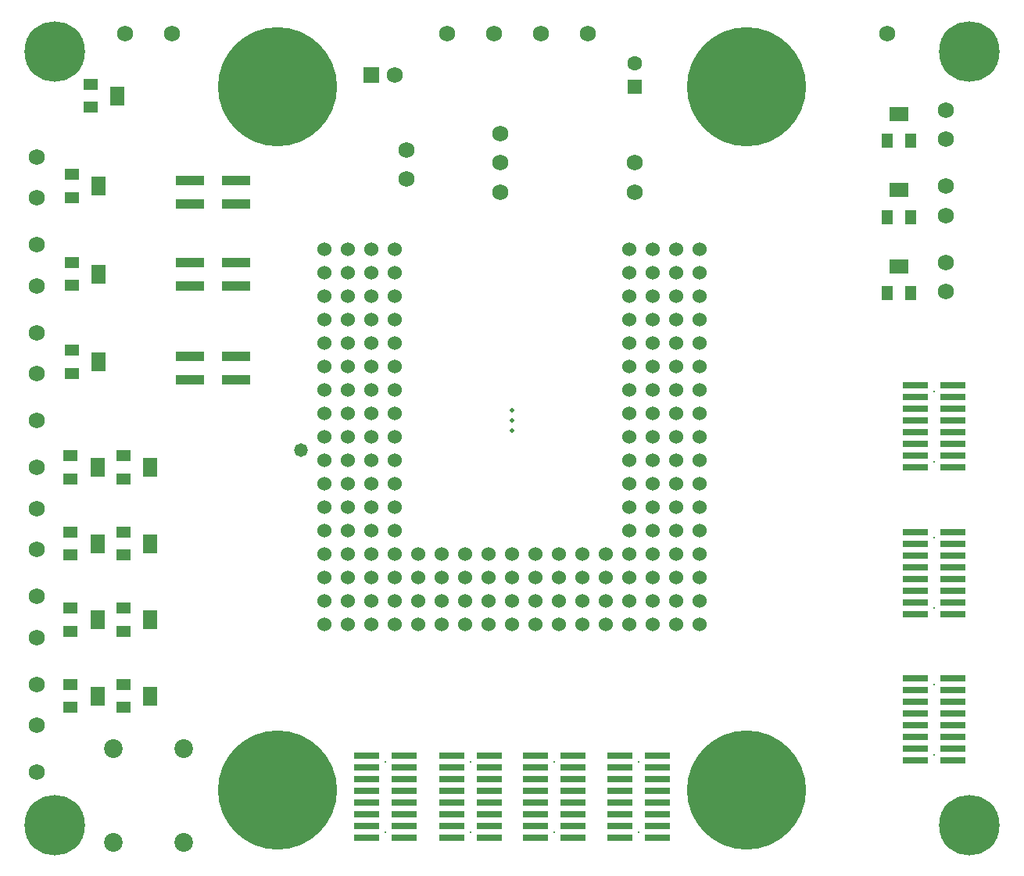
<source format=gts>
G04*
G04 #@! TF.GenerationSoftware,Altium Limited,Altium Designer,19.1.7 (138)*
G04*
G04 Layer_Color=8388736*
%FSLAX25Y25*%
%MOIN*%
G70*
G01*
G75*
%ADD15R,0.10984X0.02913*%
%ADD16R,0.06299X0.07874*%
%ADD17R,0.06299X0.05118*%
%ADD18R,0.07874X0.06299*%
%ADD19R,0.05118X0.06299*%
%ADD20R,0.12402X0.03937*%
%ADD21C,0.06902*%
%ADD22C,0.01194*%
%ADD23C,0.06000*%
%ADD24C,0.07956*%
%ADD25R,0.06902X0.06902*%
%ADD26C,0.06312*%
%ADD27R,0.06312X0.06312*%
%ADD28C,0.25800*%
%ADD29C,0.05800*%
%ADD30C,0.01968*%
%ADD31C,0.50800*%
D15*
X319988Y144500D02*
D03*
X336012D02*
D03*
X319988Y139500D02*
D03*
X336012D02*
D03*
X319988Y134500D02*
D03*
X336012D02*
D03*
X319988Y129500D02*
D03*
X336012D02*
D03*
X319988Y124500D02*
D03*
X336012D02*
D03*
X319988Y119500D02*
D03*
X336012D02*
D03*
X319988Y114500D02*
D03*
X336012D02*
D03*
X319988Y109500D02*
D03*
X336012D02*
D03*
X248000Y144500D02*
D03*
X264024D02*
D03*
X248000Y139500D02*
D03*
X264024D02*
D03*
X248000Y134500D02*
D03*
X264024D02*
D03*
X248000Y129500D02*
D03*
X264024D02*
D03*
X248000Y124500D02*
D03*
X264024D02*
D03*
X248000Y119500D02*
D03*
X264024D02*
D03*
X248000Y114500D02*
D03*
X264024D02*
D03*
X248000Y109500D02*
D03*
X264024D02*
D03*
X284488Y144500D02*
D03*
X300512D02*
D03*
X284488Y139500D02*
D03*
X300512D02*
D03*
X284488Y134500D02*
D03*
X300512D02*
D03*
X284488Y129500D02*
D03*
X300512D02*
D03*
X284488Y124500D02*
D03*
X300512D02*
D03*
X284488Y119500D02*
D03*
X300512D02*
D03*
X284488Y114500D02*
D03*
X300512D02*
D03*
X284488Y109500D02*
D03*
X300512D02*
D03*
X355988Y144500D02*
D03*
X372012D02*
D03*
X355988Y139500D02*
D03*
X372012D02*
D03*
X355988Y134500D02*
D03*
X372012D02*
D03*
X355988Y129500D02*
D03*
X372012D02*
D03*
X355988Y124500D02*
D03*
X372012D02*
D03*
X355988Y119500D02*
D03*
X372012D02*
D03*
X355988Y114500D02*
D03*
X372012D02*
D03*
X355988Y109500D02*
D03*
X372012D02*
D03*
X498012Y205000D02*
D03*
X481988D02*
D03*
X498012Y210000D02*
D03*
X481988D02*
D03*
X498012Y215000D02*
D03*
X481988D02*
D03*
X498012Y220000D02*
D03*
X481988D02*
D03*
X498012Y225000D02*
D03*
X481988D02*
D03*
X498012Y230000D02*
D03*
X481988D02*
D03*
X498012Y235000D02*
D03*
X481988D02*
D03*
X498012Y240000D02*
D03*
X481988D02*
D03*
X498012Y142500D02*
D03*
X481988D02*
D03*
X498012Y147500D02*
D03*
X481988D02*
D03*
X498012Y152500D02*
D03*
X481988D02*
D03*
X498012Y157500D02*
D03*
X481988D02*
D03*
X498012Y162500D02*
D03*
X481988D02*
D03*
X498012Y167500D02*
D03*
X481988D02*
D03*
X498012Y172500D02*
D03*
X481988D02*
D03*
X498012Y177500D02*
D03*
X481988D02*
D03*
X481988Y302500D02*
D03*
X498012D02*
D03*
X481988Y297500D02*
D03*
X498012D02*
D03*
X481988Y292500D02*
D03*
X498012D02*
D03*
X481988Y287500D02*
D03*
X498012D02*
D03*
X481988Y282500D02*
D03*
X498012D02*
D03*
X481988Y277500D02*
D03*
X498012D02*
D03*
X481988Y272500D02*
D03*
X498012D02*
D03*
X481988Y267500D02*
D03*
X498012D02*
D03*
D16*
X155709D02*
D03*
X141709Y426000D02*
D03*
X133209Y267500D02*
D03*
X155709Y170000D02*
D03*
X133209D02*
D03*
X133709Y387500D02*
D03*
Y350000D02*
D03*
Y312500D02*
D03*
X133209Y235000D02*
D03*
Y202500D02*
D03*
X155709D02*
D03*
Y235000D02*
D03*
D17*
X144291Y262579D02*
D03*
Y272421D02*
D03*
X130291Y421079D02*
D03*
Y430921D02*
D03*
X121791Y262579D02*
D03*
Y272421D02*
D03*
X144291Y165079D02*
D03*
Y174921D02*
D03*
X121791Y165079D02*
D03*
Y174921D02*
D03*
X122291Y382579D02*
D03*
Y392421D02*
D03*
Y345079D02*
D03*
Y354921D02*
D03*
Y307579D02*
D03*
Y317421D02*
D03*
X121791Y230079D02*
D03*
Y239921D02*
D03*
Y197579D02*
D03*
Y207421D02*
D03*
X144291Y197579D02*
D03*
Y207421D02*
D03*
Y230079D02*
D03*
Y239921D02*
D03*
D18*
X475000Y418209D02*
D03*
Y385709D02*
D03*
Y353209D02*
D03*
D19*
X479921Y406791D02*
D03*
X470079D02*
D03*
X479921Y374291D02*
D03*
X470079D02*
D03*
X479921Y341791D02*
D03*
X470079D02*
D03*
D20*
X192441Y380000D02*
D03*
Y390000D02*
D03*
X172559Y380000D02*
D03*
Y390000D02*
D03*
X192441Y305000D02*
D03*
Y315000D02*
D03*
X172559Y305000D02*
D03*
Y315000D02*
D03*
X192441Y345000D02*
D03*
Y355000D02*
D03*
X172559Y345000D02*
D03*
Y355000D02*
D03*
D21*
X107500Y212500D02*
D03*
Y195000D02*
D03*
Y232500D02*
D03*
X495000Y355000D02*
D03*
X107500Y382500D02*
D03*
Y400000D02*
D03*
Y345000D02*
D03*
Y362500D02*
D03*
Y307500D02*
D03*
Y325000D02*
D03*
X342500Y452500D02*
D03*
X260000Y435000D02*
D03*
X107500Y250000D02*
D03*
X145000Y452500D02*
D03*
X107500Y175000D02*
D03*
Y137500D02*
D03*
Y157500D02*
D03*
X495000Y375000D02*
D03*
Y387500D02*
D03*
Y407500D02*
D03*
Y420000D02*
D03*
Y342500D02*
D03*
X107500Y287500D02*
D03*
Y267500D02*
D03*
X282500Y452500D02*
D03*
X302500D02*
D03*
X322500D02*
D03*
X165000D02*
D03*
X470000D02*
D03*
X362500Y397500D02*
D03*
Y385000D02*
D03*
X305000D02*
D03*
Y397500D02*
D03*
Y410000D02*
D03*
X265000Y390492D02*
D03*
Y402992D02*
D03*
D22*
X328000Y142000D02*
D03*
Y112000D02*
D03*
X256012Y142000D02*
D03*
Y112000D02*
D03*
X292500Y142000D02*
D03*
Y112000D02*
D03*
X364000Y142000D02*
D03*
Y112000D02*
D03*
X490000Y207500D02*
D03*
Y237500D02*
D03*
Y145000D02*
D03*
Y175000D02*
D03*
X490000Y300000D02*
D03*
Y270000D02*
D03*
D23*
X230000Y200500D02*
D03*
X250000D02*
D03*
X240000Y210500D02*
D03*
Y200500D02*
D03*
X230000Y210500D02*
D03*
Y220500D02*
D03*
X240000D02*
D03*
Y230500D02*
D03*
X250000D02*
D03*
X230000Y240500D02*
D03*
Y250500D02*
D03*
Y230500D02*
D03*
X240000Y250500D02*
D03*
Y240500D02*
D03*
X260000Y200500D02*
D03*
Y210500D02*
D03*
X270000Y200500D02*
D03*
X300000D02*
D03*
X280000D02*
D03*
X290000D02*
D03*
X250000Y210500D02*
D03*
Y220500D02*
D03*
X270000Y210500D02*
D03*
X260000Y220500D02*
D03*
X270000D02*
D03*
X250000Y240500D02*
D03*
Y250500D02*
D03*
X260000Y230500D02*
D03*
Y250500D02*
D03*
Y240500D02*
D03*
X280000Y210500D02*
D03*
Y220500D02*
D03*
X290000Y210500D02*
D03*
Y220500D02*
D03*
X300000Y210500D02*
D03*
X280000Y230500D02*
D03*
X270000D02*
D03*
X300000Y220500D02*
D03*
X290000Y230500D02*
D03*
X300000D02*
D03*
X230000Y260500D02*
D03*
Y280500D02*
D03*
Y270500D02*
D03*
Y290500D02*
D03*
Y310500D02*
D03*
Y300500D02*
D03*
Y350500D02*
D03*
Y360500D02*
D03*
Y320500D02*
D03*
Y340500D02*
D03*
Y330500D02*
D03*
X240000Y260500D02*
D03*
Y270500D02*
D03*
X250000Y260500D02*
D03*
Y270500D02*
D03*
X240000Y280500D02*
D03*
Y290500D02*
D03*
X250000Y280500D02*
D03*
X240000Y310500D02*
D03*
Y300500D02*
D03*
X260000Y270500D02*
D03*
X250000Y290500D02*
D03*
X260000Y260500D02*
D03*
Y290500D02*
D03*
Y280500D02*
D03*
X250000Y300500D02*
D03*
Y310500D02*
D03*
X260000Y300500D02*
D03*
X250000Y320500D02*
D03*
X260000Y310500D02*
D03*
X240000Y330500D02*
D03*
Y340500D02*
D03*
Y320500D02*
D03*
X250000Y350500D02*
D03*
Y330500D02*
D03*
X240000Y350500D02*
D03*
Y360500D02*
D03*
X250000D02*
D03*
X260000Y330500D02*
D03*
X250000Y340500D02*
D03*
X260000Y320500D02*
D03*
Y350500D02*
D03*
Y340500D02*
D03*
Y360500D02*
D03*
X320000Y200500D02*
D03*
X310000D02*
D03*
X330000Y210500D02*
D03*
Y200500D02*
D03*
X340000D02*
D03*
X350000D02*
D03*
X360000D02*
D03*
X310000Y210500D02*
D03*
Y220500D02*
D03*
X320000Y210500D02*
D03*
Y220500D02*
D03*
Y230500D02*
D03*
X310000D02*
D03*
X330000Y220500D02*
D03*
Y230500D02*
D03*
X340000D02*
D03*
Y210500D02*
D03*
Y220500D02*
D03*
X350000Y210500D02*
D03*
Y220500D02*
D03*
X360000Y210500D02*
D03*
Y230500D02*
D03*
X350000D02*
D03*
X360000Y220500D02*
D03*
Y250500D02*
D03*
Y240500D02*
D03*
X370000Y200500D02*
D03*
Y210500D02*
D03*
X380000D02*
D03*
Y200500D02*
D03*
X390000D02*
D03*
X370000Y220500D02*
D03*
Y230500D02*
D03*
X380000Y220500D02*
D03*
Y230500D02*
D03*
X390000Y220500D02*
D03*
X370000Y240500D02*
D03*
Y250500D02*
D03*
X390000Y230500D02*
D03*
X380000Y250500D02*
D03*
Y240500D02*
D03*
X390000Y210500D02*
D03*
Y240500D02*
D03*
X360000Y260500D02*
D03*
Y270500D02*
D03*
X370000D02*
D03*
Y280500D02*
D03*
X360000D02*
D03*
Y290500D02*
D03*
X370000D02*
D03*
X360000Y310500D02*
D03*
Y300500D02*
D03*
X380000Y260500D02*
D03*
X370000D02*
D03*
X380000Y270500D02*
D03*
Y290500D02*
D03*
Y280500D02*
D03*
X370000Y300500D02*
D03*
Y310500D02*
D03*
X380000Y300500D02*
D03*
Y320500D02*
D03*
Y310500D02*
D03*
X360000Y320500D02*
D03*
Y330500D02*
D03*
X370000Y340500D02*
D03*
X360000D02*
D03*
Y360500D02*
D03*
Y350500D02*
D03*
X370000Y320500D02*
D03*
Y330500D02*
D03*
X380000D02*
D03*
X370000Y350500D02*
D03*
X380000Y340500D02*
D03*
X370000Y360500D02*
D03*
X380000Y350500D02*
D03*
Y360500D02*
D03*
X390000Y250500D02*
D03*
Y260500D02*
D03*
Y270500D02*
D03*
Y280500D02*
D03*
Y300500D02*
D03*
Y290500D02*
D03*
Y310500D02*
D03*
Y320500D02*
D03*
Y340500D02*
D03*
Y330500D02*
D03*
Y350500D02*
D03*
Y360500D02*
D03*
D24*
X140000Y147500D02*
D03*
Y107500D02*
D03*
X170000D02*
D03*
Y147500D02*
D03*
D25*
X250000Y435000D02*
D03*
D26*
X362500Y440000D02*
D03*
D27*
Y430000D02*
D03*
D28*
X115000Y115000D02*
D03*
Y445000D02*
D03*
X505000Y115000D02*
D03*
Y445000D02*
D03*
D29*
X220000Y275000D02*
D03*
D30*
X310000Y283268D02*
D03*
Y287500D02*
D03*
Y291732D02*
D03*
D31*
X410000Y430000D02*
D03*
Y130000D02*
D03*
X210000Y130000D02*
D03*
Y430000D02*
D03*
M02*

</source>
